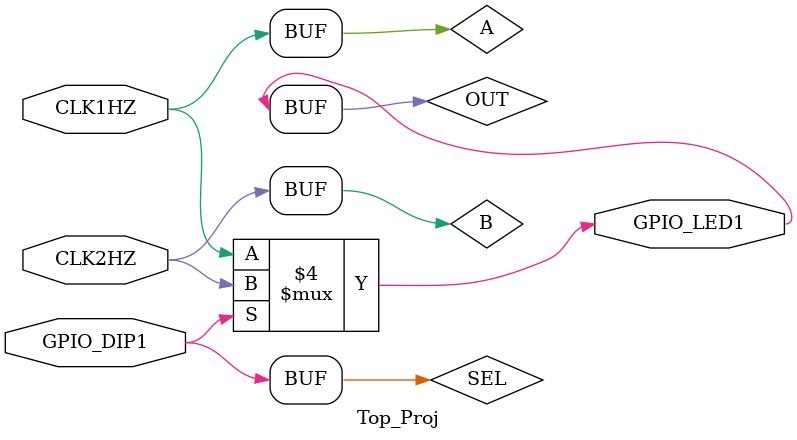
<source format=v>
`timescale 1ns / 1ps
module Top_Proj(
	GPIO_DIP1,
	GPIO_LED1,
	CLK1HZ,
	CLK2HZ);

	//Entradas
	input GPIO_DIP1;
	input CLK1HZ;
	input CLK2HZ;
	
	//Saidas
	output GPIO_LED1;
	
	//Interlig.
	wire A;
	wire B;
   wire OUT;
   wire SEL;
	
	assign A = CLK1HZ;        //Conecta o DIP1 ao condutor de nome A
	assign B = CLK2HZ;	     //Conecta o condutor A ao LED1
	assign SEL = GPIO_DIP1;
	assign GPIO_LED1 = OUT;
	
   always @(SEL or A or B)
		begin
				if (SEL == 0)
					   OUT = A;
				else 
					   OUT = B;
		end					
endmodule

</source>
